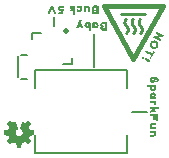
<source format=gto>
G04 EAGLE Gerber RS-274X export*
G75*
%MOMM*%
%FSLAX34Y34*%
%LPD*%
%INSilkscreen Top*%
%IPPOS*%
%AMOC8*
5,1,8,0,0,1.08239X$1,22.5*%
G01*
%ADD10C,0.203200*%
%ADD11C,0.200000*%
%ADD12C,0.508000*%
%ADD13C,0.250000*%
%ADD14C,0.400000*%

G36*
X16893Y7771D02*
X16893Y7771D01*
X16912Y7769D01*
X16976Y7791D01*
X17042Y7807D01*
X17057Y7819D01*
X17076Y7825D01*
X17124Y7873D01*
X17176Y7917D01*
X17184Y7934D01*
X17197Y7948D01*
X17237Y8054D01*
X17246Y8075D01*
X17246Y8078D01*
X17248Y8082D01*
X17806Y11338D01*
X17864Y11367D01*
X17974Y11367D01*
X18048Y11385D01*
X18124Y11398D01*
X18133Y11404D01*
X18142Y11407D01*
X18170Y11429D01*
X18226Y11467D01*
X18274Y11467D01*
X18290Y11471D01*
X18306Y11468D01*
X18437Y11505D01*
X18442Y11507D01*
X18443Y11507D01*
X18444Y11507D01*
X18564Y11567D01*
X18574Y11567D01*
X18590Y11571D01*
X18606Y11568D01*
X18737Y11605D01*
X18742Y11607D01*
X18743Y11607D01*
X18744Y11607D01*
X18944Y11707D01*
X18971Y11730D01*
X19026Y11767D01*
X19074Y11767D01*
X19148Y11785D01*
X19224Y11798D01*
X19233Y11804D01*
X19242Y11807D01*
X19270Y11829D01*
X19342Y11878D01*
X19399Y11935D01*
X19544Y12007D01*
X19571Y12030D01*
X19626Y12067D01*
X19674Y12067D01*
X19748Y12085D01*
X19824Y12098D01*
X19833Y12104D01*
X19842Y12107D01*
X19870Y12129D01*
X19942Y12178D01*
X19960Y12196D01*
X22659Y10334D01*
X22675Y10328D01*
X22687Y10316D01*
X22755Y10297D01*
X22820Y10271D01*
X22837Y10272D01*
X22853Y10268D01*
X22922Y10280D01*
X22992Y10286D01*
X23007Y10295D01*
X23024Y10298D01*
X23130Y10370D01*
X23140Y10376D01*
X23141Y10377D01*
X23142Y10378D01*
X25342Y12578D01*
X25351Y12593D01*
X25365Y12603D01*
X25397Y12666D01*
X25433Y12725D01*
X25435Y12742D01*
X25443Y12758D01*
X25443Y12828D01*
X25450Y12897D01*
X25444Y12913D01*
X25444Y12931D01*
X25392Y13048D01*
X25388Y13059D01*
X25387Y13060D01*
X25386Y13062D01*
X23535Y15745D01*
X23537Y15760D01*
X23553Y15846D01*
X23553Y15896D01*
X23561Y15909D01*
X23613Y15977D01*
X23686Y16122D01*
X23742Y16178D01*
X23782Y16243D01*
X23826Y16306D01*
X23828Y16317D01*
X23833Y16325D01*
X23837Y16360D01*
X23853Y16446D01*
X23853Y16496D01*
X23861Y16509D01*
X23913Y16577D01*
X24013Y16777D01*
X24017Y16792D01*
X24026Y16806D01*
X24052Y16940D01*
X24053Y16945D01*
X24053Y16946D01*
X24053Y16957D01*
X24213Y17277D01*
X24217Y17292D01*
X24226Y17306D01*
X24252Y17440D01*
X24253Y17445D01*
X24253Y17446D01*
X24253Y17457D01*
X24313Y17577D01*
X24317Y17592D01*
X24326Y17606D01*
X24352Y17740D01*
X24353Y17745D01*
X24353Y17746D01*
X24353Y17757D01*
X24413Y17877D01*
X24417Y17892D01*
X24426Y17906D01*
X24429Y17922D01*
X27638Y18473D01*
X27656Y18480D01*
X27675Y18481D01*
X27735Y18513D01*
X27797Y18540D01*
X27810Y18555D01*
X27827Y18564D01*
X27866Y18619D01*
X27910Y18671D01*
X27915Y18690D01*
X27926Y18706D01*
X27948Y18817D01*
X27953Y18839D01*
X27952Y18842D01*
X27953Y18846D01*
X27953Y22046D01*
X27949Y22065D01*
X27951Y22084D01*
X27929Y22149D01*
X27914Y22215D01*
X27901Y22230D01*
X27895Y22248D01*
X27847Y22296D01*
X27804Y22348D01*
X27786Y22356D01*
X27772Y22370D01*
X27666Y22410D01*
X27646Y22419D01*
X27642Y22419D01*
X27638Y22420D01*
X24382Y22978D01*
X24353Y23036D01*
X24353Y23146D01*
X24336Y23221D01*
X24322Y23296D01*
X24316Y23306D01*
X24314Y23315D01*
X24291Y23342D01*
X24253Y23398D01*
X24253Y23446D01*
X24236Y23521D01*
X24222Y23596D01*
X24216Y23606D01*
X24214Y23615D01*
X24191Y23642D01*
X24142Y23714D01*
X24086Y23771D01*
X24053Y23836D01*
X24053Y23946D01*
X24036Y24021D01*
X24022Y24096D01*
X24016Y24106D01*
X24014Y24115D01*
X23991Y24142D01*
X23953Y24198D01*
X23953Y24246D01*
X23936Y24321D01*
X23922Y24396D01*
X23916Y24406D01*
X23914Y24415D01*
X23891Y24442D01*
X23842Y24514D01*
X23786Y24571D01*
X23713Y24716D01*
X23690Y24744D01*
X23642Y24814D01*
X23586Y24871D01*
X23553Y24936D01*
X23553Y24946D01*
X23550Y24962D01*
X23552Y24978D01*
X23515Y25109D01*
X23515Y25111D01*
X25383Y27726D01*
X25389Y27741D01*
X25400Y27752D01*
X25421Y27820D01*
X25448Y27886D01*
X25447Y27902D01*
X25452Y27917D01*
X25441Y27987D01*
X25436Y28059D01*
X25428Y28072D01*
X25426Y28088D01*
X25351Y28204D01*
X25349Y28208D01*
X25348Y28208D01*
X23148Y30508D01*
X23130Y30520D01*
X23117Y30537D01*
X23058Y30567D01*
X23003Y30603D01*
X22982Y30605D01*
X22963Y30615D01*
X22897Y30615D01*
X22831Y30623D01*
X22811Y30616D01*
X22790Y30616D01*
X22695Y30574D01*
X22668Y30565D01*
X22665Y30561D01*
X22659Y30559D01*
X19938Y28682D01*
X19915Y28699D01*
X19903Y28701D01*
X19895Y28706D01*
X19860Y28709D01*
X19845Y28712D01*
X19842Y28714D01*
X19777Y28755D01*
X19715Y28799D01*
X19703Y28801D01*
X19695Y28806D01*
X19660Y28809D01*
X19645Y28812D01*
X19642Y28814D01*
X19577Y28855D01*
X19515Y28899D01*
X19503Y28901D01*
X19495Y28906D01*
X19460Y28909D01*
X19445Y28912D01*
X19442Y28914D01*
X19377Y28955D01*
X19315Y28999D01*
X19303Y29001D01*
X19295Y29006D01*
X19260Y29009D01*
X19245Y29012D01*
X19242Y29014D01*
X19177Y29055D01*
X19115Y29099D01*
X19103Y29101D01*
X19095Y29106D01*
X19060Y29109D01*
X19045Y29112D01*
X19042Y29114D01*
X18977Y29155D01*
X18915Y29199D01*
X18903Y29201D01*
X18895Y29206D01*
X18860Y29209D01*
X18774Y29226D01*
X18724Y29226D01*
X18703Y29239D01*
X18670Y29271D01*
X18631Y29284D01*
X18595Y29306D01*
X18550Y29310D01*
X18506Y29324D01*
X18465Y29318D01*
X18423Y29322D01*
X18380Y29306D01*
X18335Y29299D01*
X18300Y29275D01*
X18261Y29260D01*
X18230Y29227D01*
X18193Y29201D01*
X18167Y29158D01*
X18144Y29133D01*
X18137Y29108D01*
X18118Y29078D01*
X16118Y23678D01*
X16111Y23621D01*
X16095Y23566D01*
X16101Y23536D01*
X16097Y23506D01*
X16116Y23452D01*
X16126Y23396D01*
X16144Y23371D01*
X16154Y23343D01*
X16195Y23303D01*
X16229Y23257D01*
X16259Y23240D01*
X16278Y23222D01*
X16310Y23212D01*
X16354Y23187D01*
X16628Y23095D01*
X16949Y22935D01*
X17106Y22778D01*
X17136Y22759D01*
X17204Y22707D01*
X17349Y22635D01*
X17462Y22522D01*
X17535Y22377D01*
X17558Y22349D01*
X17577Y22320D01*
X17586Y22305D01*
X17590Y22302D01*
X17606Y22278D01*
X17762Y22122D01*
X17923Y21801D01*
X18014Y21526D01*
X18026Y21507D01*
X18035Y21477D01*
X18195Y21157D01*
X18195Y20946D01*
X18203Y20911D01*
X18214Y20826D01*
X18295Y20585D01*
X18295Y20108D01*
X17930Y19014D01*
X17579Y18488D01*
X17433Y18341D01*
X17164Y18162D01*
X17143Y18139D01*
X17106Y18114D01*
X16933Y17941D01*
X16706Y17790D01*
X16454Y17706D01*
X16422Y17687D01*
X16364Y17662D01*
X16159Y17526D01*
X15974Y17526D01*
X15939Y17517D01*
X15882Y17514D01*
X15527Y17426D01*
X14936Y17426D01*
X14694Y17506D01*
X14658Y17509D01*
X14574Y17526D01*
X14389Y17526D01*
X14184Y17662D01*
X14149Y17675D01*
X14094Y17706D01*
X13842Y17790D01*
X13316Y18141D01*
X12969Y18488D01*
X12618Y19014D01*
X12534Y19266D01*
X12514Y19298D01*
X12490Y19357D01*
X12353Y19561D01*
X12353Y19746D01*
X12345Y19781D01*
X12334Y19866D01*
X12253Y20108D01*
X12253Y20885D01*
X12334Y21126D01*
X12337Y21162D01*
X12353Y21246D01*
X12353Y21357D01*
X12413Y21477D01*
X12419Y21499D01*
X12434Y21526D01*
X12525Y21801D01*
X12586Y21922D01*
X12742Y22078D01*
X12761Y22109D01*
X12813Y22177D01*
X12886Y22322D01*
X13199Y22635D01*
X13344Y22707D01*
X13371Y22730D01*
X13442Y22778D01*
X13599Y22935D01*
X14144Y23207D01*
X14167Y23227D01*
X14196Y23239D01*
X14233Y23282D01*
X14277Y23318D01*
X14289Y23346D01*
X14309Y23369D01*
X14324Y23424D01*
X14347Y23476D01*
X14345Y23507D01*
X14353Y23537D01*
X14341Y23611D01*
X14339Y23649D01*
X14333Y23661D01*
X14330Y23678D01*
X12330Y29078D01*
X12318Y29095D01*
X12314Y29115D01*
X12271Y29166D01*
X12234Y29222D01*
X12217Y29233D01*
X12204Y29248D01*
X12142Y29276D01*
X12084Y29309D01*
X12064Y29310D01*
X12046Y29319D01*
X11979Y29316D01*
X11912Y29320D01*
X11893Y29313D01*
X11873Y29312D01*
X11814Y29280D01*
X11752Y29254D01*
X11739Y29239D01*
X11721Y29229D01*
X11708Y29210D01*
X11700Y29208D01*
X11624Y29195D01*
X11615Y29188D01*
X11606Y29186D01*
X11578Y29163D01*
X11506Y29114D01*
X11499Y29108D01*
X11424Y29095D01*
X11415Y29088D01*
X11406Y29086D01*
X11378Y29063D01*
X11306Y29014D01*
X11299Y29008D01*
X11224Y28995D01*
X11215Y28988D01*
X11206Y28986D01*
X11178Y28963D01*
X11122Y28926D01*
X11074Y28926D01*
X11000Y28908D01*
X10924Y28895D01*
X10915Y28888D01*
X10906Y28886D01*
X10878Y28863D01*
X10806Y28814D01*
X10799Y28808D01*
X10724Y28795D01*
X10715Y28788D01*
X10706Y28786D01*
X10678Y28763D01*
X10606Y28714D01*
X10588Y28697D01*
X7889Y30559D01*
X7873Y30565D01*
X7861Y30576D01*
X7794Y30596D01*
X7728Y30622D01*
X7711Y30620D01*
X7695Y30625D01*
X7626Y30613D01*
X7556Y30607D01*
X7541Y30598D01*
X7524Y30595D01*
X7418Y30523D01*
X7408Y30517D01*
X7407Y30515D01*
X7406Y30514D01*
X5106Y28214D01*
X5093Y28194D01*
X5074Y28178D01*
X5048Y28121D01*
X5015Y28067D01*
X5012Y28043D01*
X5002Y28020D01*
X5004Y27958D01*
X4998Y27895D01*
X5007Y27872D01*
X5008Y27847D01*
X5048Y27765D01*
X5060Y27734D01*
X5066Y27728D01*
X5071Y27719D01*
X7016Y25125D01*
X7006Y25114D01*
X6987Y25084D01*
X6980Y25074D01*
X6966Y25063D01*
X6958Y25047D01*
X6935Y25016D01*
X6835Y24816D01*
X6831Y24800D01*
X6822Y24787D01*
X6796Y24653D01*
X6795Y24648D01*
X6795Y24647D01*
X6795Y24646D01*
X6795Y24636D01*
X6762Y24571D01*
X6706Y24514D01*
X6687Y24484D01*
X6635Y24416D01*
X6535Y24216D01*
X6531Y24200D01*
X6522Y24187D01*
X6496Y24053D01*
X6495Y24048D01*
X6495Y24047D01*
X6495Y24046D01*
X6495Y24036D01*
X6335Y23716D01*
X6331Y23700D01*
X6322Y23687D01*
X6296Y23553D01*
X6295Y23548D01*
X6295Y23547D01*
X6295Y23546D01*
X6295Y23536D01*
X6235Y23416D01*
X6231Y23400D01*
X6222Y23387D01*
X6196Y23253D01*
X6195Y23248D01*
X6195Y23247D01*
X6195Y23246D01*
X6195Y23236D01*
X6135Y23116D01*
X6131Y23100D01*
X6122Y23087D01*
X6111Y23029D01*
X6102Y23009D01*
X6102Y22986D01*
X6102Y22985D01*
X2810Y22420D01*
X2792Y22413D01*
X2773Y22412D01*
X2713Y22379D01*
X2651Y22353D01*
X2638Y22338D01*
X2621Y22329D01*
X2582Y22273D01*
X2538Y22222D01*
X2533Y22203D01*
X2522Y22187D01*
X2500Y22076D01*
X2495Y22054D01*
X2496Y22050D01*
X2495Y22046D01*
X2495Y18846D01*
X2499Y18827D01*
X2497Y18806D01*
X2519Y18743D01*
X2534Y18678D01*
X2547Y18662D01*
X2554Y18643D01*
X2602Y18596D01*
X2644Y18544D01*
X2663Y18536D01*
X2677Y18522D01*
X2779Y18484D01*
X2802Y18474D01*
X2807Y18474D01*
X2812Y18472D01*
X6095Y17925D01*
X6095Y17846D01*
X6112Y17772D01*
X6126Y17697D01*
X6132Y17687D01*
X6134Y17678D01*
X6157Y17650D01*
X6195Y17595D01*
X6195Y17546D01*
X6212Y17472D01*
X6226Y17397D01*
X6232Y17387D01*
X6234Y17378D01*
X6257Y17350D01*
X6306Y17278D01*
X6362Y17222D01*
X6395Y17157D01*
X6395Y17046D01*
X6412Y16972D01*
X6426Y16897D01*
X6432Y16887D01*
X6434Y16878D01*
X6457Y16850D01*
X6495Y16795D01*
X6495Y16746D01*
X6512Y16672D01*
X6526Y16597D01*
X6532Y16587D01*
X6534Y16578D01*
X6557Y16550D01*
X6606Y16478D01*
X6662Y16422D01*
X6735Y16277D01*
X6758Y16249D01*
X6795Y16195D01*
X6795Y16146D01*
X6812Y16072D01*
X6826Y15997D01*
X6832Y15987D01*
X6834Y15978D01*
X6857Y15950D01*
X6906Y15878D01*
X6962Y15822D01*
X7002Y15742D01*
X5067Y13069D01*
X5057Y13045D01*
X5040Y13026D01*
X5024Y12966D01*
X5000Y12909D01*
X5002Y12884D01*
X4995Y12859D01*
X5007Y12798D01*
X5011Y12736D01*
X5024Y12714D01*
X5029Y12689D01*
X5080Y12617D01*
X5098Y12587D01*
X5105Y12582D01*
X5112Y12572D01*
X7412Y10372D01*
X7423Y10366D01*
X7431Y10355D01*
X7497Y10322D01*
X7561Y10284D01*
X7574Y10283D01*
X7585Y10278D01*
X7659Y10277D01*
X7733Y10272D01*
X7745Y10277D01*
X7758Y10277D01*
X7889Y10334D01*
X10563Y12178D01*
X10704Y12107D01*
X10720Y12103D01*
X10733Y12094D01*
X10867Y12068D01*
X10873Y12067D01*
X10874Y12067D01*
X10884Y12067D01*
X10949Y12035D01*
X11006Y11978D01*
X11036Y11959D01*
X11104Y11907D01*
X11304Y11807D01*
X11320Y11803D01*
X11333Y11794D01*
X11467Y11768D01*
X11473Y11767D01*
X11474Y11767D01*
X11484Y11767D01*
X11549Y11735D01*
X11606Y11678D01*
X11671Y11638D01*
X11733Y11594D01*
X11745Y11592D01*
X11753Y11587D01*
X11788Y11584D01*
X11874Y11567D01*
X11984Y11567D01*
X12104Y11507D01*
X12120Y11503D01*
X12133Y11494D01*
X12267Y11468D01*
X12273Y11467D01*
X12274Y11467D01*
X12284Y11467D01*
X12404Y11407D01*
X12420Y11403D01*
X12433Y11394D01*
X12567Y11368D01*
X12573Y11367D01*
X12574Y11367D01*
X12584Y11367D01*
X12704Y11307D01*
X12720Y11303D01*
X12733Y11294D01*
X12750Y11291D01*
X13300Y8082D01*
X13308Y8064D01*
X13309Y8045D01*
X13341Y7986D01*
X13368Y7923D01*
X13382Y7910D01*
X13392Y7893D01*
X13447Y7854D01*
X13499Y7810D01*
X13518Y7805D01*
X13533Y7794D01*
X13644Y7773D01*
X13666Y7767D01*
X13670Y7768D01*
X13674Y7767D01*
X16874Y7767D01*
X16893Y7771D01*
G37*
G36*
X129916Y91297D02*
X129916Y91297D01*
X129920Y91293D01*
X130415Y91362D01*
X130419Y91365D01*
X130422Y91363D01*
X130965Y91519D01*
X130969Y91523D01*
X130972Y91522D01*
X131428Y91726D01*
X131431Y91732D01*
X131436Y91730D01*
X131805Y91983D01*
X131806Y91986D01*
X131808Y91986D01*
X132225Y92326D01*
X132227Y92332D01*
X132232Y92332D01*
X132562Y92721D01*
X132892Y93110D01*
X132893Y93128D01*
X132902Y93133D01*
X132959Y93436D01*
X133198Y93866D01*
X133196Y93879D01*
X133203Y93884D01*
X133271Y94418D01*
X133269Y94421D01*
X133271Y94422D01*
X133290Y94869D01*
X133288Y94871D01*
X133290Y94873D01*
X133270Y95455D01*
X133265Y95462D01*
X133268Y95467D01*
X133151Y95875D01*
X133147Y95878D01*
X133149Y95882D01*
X132945Y96338D01*
X132941Y96340D01*
X132942Y96343D01*
X132650Y96847D01*
X132648Y96848D01*
X132648Y96851D01*
X132395Y97219D01*
X132386Y97222D01*
X132387Y97229D01*
X131609Y97889D01*
X131602Y97889D01*
X131601Y97894D01*
X131076Y98185D01*
X131069Y98184D01*
X131067Y98189D01*
X130582Y98344D01*
X130580Y98343D01*
X130579Y98345D01*
X130181Y98451D01*
X130176Y98449D01*
X130174Y98452D01*
X129640Y98520D01*
X129632Y98515D01*
X129627Y98520D01*
X129132Y98451D01*
X128637Y98383D01*
X128633Y98379D01*
X128630Y98381D01*
X128086Y98226D01*
X128083Y98221D01*
X128080Y98223D01*
X127623Y98019D01*
X127620Y98013D01*
X127616Y98014D01*
X127247Y97762D01*
X127246Y97758D01*
X127243Y97759D01*
X126826Y97419D01*
X126823Y97406D01*
X126814Y97404D01*
X126574Y96971D01*
X126247Y96586D01*
X126247Y96578D01*
X126244Y96576D01*
X126247Y96573D01*
X126247Y96572D01*
X126238Y96569D01*
X126083Y96084D01*
X125928Y95598D01*
X125930Y95593D01*
X125927Y95591D01*
X125928Y95590D01*
X125926Y95589D01*
X125859Y95055D01*
X125863Y95046D01*
X125859Y95042D01*
X125927Y94547D01*
X125996Y94051D01*
X126003Y94044D01*
X126000Y94038D01*
X126204Y93582D01*
X126207Y93580D01*
X126206Y93577D01*
X126498Y93072D01*
X126501Y93071D01*
X126500Y93069D01*
X126753Y92700D01*
X126756Y92699D01*
X126755Y92697D01*
X127096Y92280D01*
X127109Y92276D01*
X127110Y92268D01*
X127543Y92028D01*
X127928Y91701D01*
X127942Y91700D01*
X127945Y91692D01*
X128431Y91537D01*
X128917Y91382D01*
X128923Y91384D01*
X128926Y91380D01*
X129460Y91312D01*
X129463Y91314D01*
X129464Y91312D01*
X129911Y91293D01*
X129916Y91297D01*
G37*
G36*
X89113Y106850D02*
X89113Y106850D01*
X89122Y106846D01*
X89522Y107046D01*
X89532Y107067D01*
X89541Y107074D01*
X89540Y107075D01*
X89548Y107078D01*
X89648Y107478D01*
X89644Y107486D01*
X89649Y107490D01*
X89649Y113690D01*
X89633Y113711D01*
X89635Y113725D01*
X89335Y114025D01*
X89314Y114028D01*
X89308Y114039D01*
X88708Y114139D01*
X88703Y114136D01*
X88700Y114139D01*
X86100Y114139D01*
X86094Y114135D01*
X86090Y114138D01*
X85590Y114038D01*
X85586Y114033D01*
X85582Y114036D01*
X85082Y113836D01*
X85077Y113828D01*
X85070Y113829D01*
X84670Y113529D01*
X84668Y113520D01*
X84661Y113520D01*
X84061Y112720D01*
X84061Y112704D01*
X84052Y112700D01*
X83952Y112200D01*
X83955Y112193D01*
X83951Y112190D01*
X83951Y111590D01*
X83955Y111584D01*
X83952Y111580D01*
X84052Y111080D01*
X84053Y111079D01*
X84052Y111078D01*
X84152Y110678D01*
X84163Y110669D01*
X84161Y110660D01*
X84461Y110260D01*
X84494Y110251D01*
X84467Y110226D01*
X84466Y110225D01*
X84465Y110225D01*
X84365Y110125D01*
X84363Y110112D01*
X84361Y110110D01*
X84354Y110108D01*
X84154Y109608D01*
X84158Y109595D01*
X84151Y109590D01*
X84151Y108590D01*
X84159Y108579D01*
X84154Y108572D01*
X84354Y108072D01*
X84362Y108067D01*
X84361Y108060D01*
X84961Y107260D01*
X84979Y107255D01*
X84982Y107244D01*
X85480Y107045D01*
X85878Y106846D01*
X85894Y106849D01*
X85900Y106841D01*
X89100Y106841D01*
X89113Y106850D01*
G37*
G36*
X81963Y120820D02*
X81963Y120820D01*
X81972Y120816D01*
X82372Y121016D01*
X82382Y121037D01*
X82391Y121044D01*
X82390Y121045D01*
X82398Y121048D01*
X82498Y121448D01*
X82494Y121456D01*
X82499Y121460D01*
X82499Y127660D01*
X82483Y127681D01*
X82485Y127695D01*
X82185Y127995D01*
X82164Y127998D01*
X82158Y128009D01*
X81558Y128109D01*
X81553Y128106D01*
X81550Y128109D01*
X78950Y128109D01*
X78944Y128105D01*
X78940Y128108D01*
X78440Y128008D01*
X78434Y128001D01*
X78428Y128004D01*
X78028Y127804D01*
X78027Y127801D01*
X78025Y127802D01*
X77525Y127502D01*
X77520Y127490D01*
X77511Y127490D01*
X76911Y126690D01*
X76911Y126674D01*
X76902Y126670D01*
X76802Y126170D01*
X76805Y126163D01*
X76801Y126160D01*
X76801Y125560D01*
X76805Y125554D01*
X76802Y125550D01*
X76902Y125050D01*
X76909Y125044D01*
X76906Y125038D01*
X77306Y124238D01*
X77344Y124219D01*
X77318Y124198D01*
X77318Y124195D01*
X77315Y124195D01*
X77215Y124095D01*
X77213Y124082D01*
X77204Y124075D01*
X77206Y124072D01*
X77202Y124070D01*
X77002Y123070D01*
X77005Y123063D01*
X77001Y123060D01*
X77001Y122560D01*
X77009Y122549D01*
X77004Y122542D01*
X77204Y122042D01*
X77212Y122037D01*
X77211Y122030D01*
X77811Y121230D01*
X77829Y121225D01*
X77832Y121214D01*
X78832Y120814D01*
X78845Y120818D01*
X78850Y120811D01*
X81950Y120811D01*
X81963Y120820D01*
G37*
G36*
X134943Y97672D02*
X134943Y97672D01*
X134956Y97668D01*
X135325Y97921D01*
X135330Y97936D01*
X135340Y97938D01*
X135631Y98463D01*
X135630Y98471D01*
X135636Y98474D01*
X135742Y98872D01*
X135729Y98903D01*
X135733Y98916D01*
X135392Y99333D01*
X135379Y99336D01*
X135378Y99345D01*
X133564Y100350D01*
X133538Y100669D01*
X134491Y102387D01*
X134859Y102493D01*
X136591Y101533D01*
X136607Y101535D01*
X136613Y101527D01*
X137059Y101508D01*
X137077Y101520D01*
X137089Y101516D01*
X137458Y101769D01*
X137463Y101785D01*
X137473Y101786D01*
X137813Y102398D01*
X137809Y102421D01*
X137813Y102423D01*
X137810Y102427D01*
X137817Y102436D01*
X137700Y102844D01*
X137685Y102855D01*
X137686Y102866D01*
X137385Y103147D01*
X137376Y103148D01*
X137375Y103154D01*
X132390Y105918D01*
X132381Y105917D01*
X132379Y105922D01*
X131980Y106029D01*
X131963Y106022D01*
X131954Y106029D01*
X131546Y105912D01*
X131530Y105890D01*
X131517Y105888D01*
X131226Y105363D01*
X131227Y105358D01*
X131223Y105356D01*
X131224Y105355D01*
X131222Y105355D01*
X131067Y104869D01*
X131078Y104839D01*
X131073Y104826D01*
X131326Y104457D01*
X131342Y104452D01*
X131343Y104442D01*
X131780Y104199D01*
X133157Y103437D01*
X133183Y103118D01*
X132228Y101395D01*
X131944Y101249D01*
X130568Y102012D01*
X130130Y102254D01*
X130114Y102252D01*
X130108Y102260D01*
X129662Y102279D01*
X129641Y102265D01*
X129628Y102268D01*
X129211Y101928D01*
X129208Y101913D01*
X129202Y101908D01*
X129196Y101906D01*
X128992Y101333D01*
X128997Y101319D01*
X128995Y101317D01*
X128999Y101312D01*
X128991Y101303D01*
X129108Y100895D01*
X129125Y100883D01*
X129124Y100871D01*
X129513Y100541D01*
X129520Y100541D01*
X129521Y100536D01*
X134419Y97821D01*
X134426Y97822D01*
X134428Y97817D01*
X134913Y97662D01*
X134943Y97672D01*
G37*
G36*
X75213Y106550D02*
X75213Y106550D01*
X75222Y106546D01*
X75622Y106746D01*
X75632Y106767D01*
X75641Y106774D01*
X75640Y106775D01*
X75648Y106778D01*
X75748Y107178D01*
X75744Y107186D01*
X75749Y107190D01*
X75749Y113390D01*
X75744Y113397D01*
X75748Y113402D01*
X75648Y113802D01*
X75625Y113821D01*
X75622Y113834D01*
X75222Y114034D01*
X75206Y114031D01*
X75200Y114039D01*
X74600Y114039D01*
X74587Y114030D01*
X74578Y114034D01*
X73978Y113734D01*
X73965Y113708D01*
X73953Y113704D01*
X73946Y113680D01*
X73926Y113732D01*
X73923Y113731D01*
X73922Y113734D01*
X73522Y113934D01*
X73519Y113933D01*
X73518Y113936D01*
X73018Y114136D01*
X72999Y114130D01*
X72990Y114138D01*
X72490Y114038D01*
X72484Y114031D01*
X72478Y114034D01*
X72078Y113834D01*
X72077Y113831D01*
X72075Y113832D01*
X71575Y113532D01*
X71571Y113524D01*
X71565Y113525D01*
X71165Y113125D01*
X71164Y113120D01*
X71161Y113120D01*
X70861Y112720D01*
X70861Y112713D01*
X70856Y112712D01*
X70656Y112312D01*
X70658Y112303D01*
X70652Y112300D01*
X70552Y111800D01*
X70555Y111793D01*
X70551Y111790D01*
X70551Y111190D01*
X70556Y111183D01*
X70552Y111178D01*
X70652Y110778D01*
X70656Y110775D01*
X70654Y110772D01*
X70854Y110272D01*
X70862Y110267D01*
X70861Y110260D01*
X71161Y109860D01*
X71166Y109859D01*
X71165Y109855D01*
X71565Y109455D01*
X71570Y109454D01*
X71570Y109451D01*
X71970Y109151D01*
X71980Y109151D01*
X71982Y109144D01*
X72482Y108944D01*
X72487Y108946D01*
X72488Y108942D01*
X72888Y108842D01*
X72904Y108849D01*
X72912Y108842D01*
X73311Y108942D01*
X73810Y109042D01*
X73819Y109052D01*
X73827Y109049D01*
X74051Y109198D01*
X74051Y107190D01*
X74056Y107183D01*
X74052Y107178D01*
X74152Y106778D01*
X74175Y106759D01*
X74178Y106746D01*
X74578Y106546D01*
X74594Y106549D01*
X74600Y106541D01*
X75200Y106541D01*
X75213Y106550D01*
G37*
G36*
X129253Y55770D02*
X129253Y55770D01*
X129262Y55766D01*
X129660Y55965D01*
X130158Y56164D01*
X130166Y56176D01*
X130175Y56175D01*
X130575Y56575D01*
X130576Y56580D01*
X130579Y56580D01*
X130879Y56980D01*
X130879Y56990D01*
X130886Y56992D01*
X131086Y57492D01*
X131084Y57497D01*
X131088Y57498D01*
X131188Y57898D01*
X131184Y57906D01*
X131189Y57910D01*
X131189Y58510D01*
X131180Y58523D01*
X131184Y58532D01*
X130984Y58932D01*
X130980Y58934D01*
X130981Y58937D01*
X130812Y59191D01*
X131162Y59366D01*
X131173Y59388D01*
X131178Y59392D01*
X131176Y59394D01*
X131181Y59403D01*
X131189Y59410D01*
X131189Y60010D01*
X131186Y60015D01*
X131189Y60018D01*
X131089Y60618D01*
X131068Y60637D01*
X131067Y60651D01*
X130767Y60851D01*
X130747Y60850D01*
X130740Y60859D01*
X124340Y60859D01*
X124327Y60850D01*
X124318Y60854D01*
X123918Y60654D01*
X123905Y60627D01*
X123892Y60622D01*
X123792Y60222D01*
X123796Y60214D01*
X123791Y60210D01*
X123791Y59610D01*
X123804Y59592D01*
X123801Y59580D01*
X124101Y59180D01*
X124123Y59174D01*
X124128Y59162D01*
X124528Y59062D01*
X124536Y59066D01*
X124540Y59061D01*
X126448Y59061D01*
X126299Y58837D01*
X126299Y58831D01*
X126295Y58828D01*
X126299Y58823D01*
X126292Y58820D01*
X126192Y58320D01*
X126195Y58313D01*
X126191Y58310D01*
X126191Y57810D01*
X126196Y57803D01*
X126192Y57798D01*
X126292Y57398D01*
X126296Y57395D01*
X126294Y57392D01*
X126494Y56892D01*
X126506Y56884D01*
X126505Y56875D01*
X126905Y56475D01*
X126910Y56474D01*
X126910Y56471D01*
X127710Y55871D01*
X127726Y55871D01*
X127730Y55862D01*
X128230Y55762D01*
X128237Y55765D01*
X128240Y55761D01*
X129240Y55761D01*
X129253Y55770D01*
G37*
G36*
X51731Y120619D02*
X51731Y120619D01*
X51738Y120614D01*
X52238Y120814D01*
X52248Y120830D01*
X52259Y120830D01*
X52559Y121230D01*
X52559Y121237D01*
X52561Y121238D01*
X52559Y121239D01*
X52559Y121242D01*
X52567Y121244D01*
X52667Y121544D01*
X52665Y121551D01*
X52669Y121553D01*
X53069Y124453D01*
X53061Y124467D01*
X53067Y124476D01*
X52967Y124776D01*
X52950Y124787D01*
X52950Y124799D01*
X52550Y125099D01*
X52540Y125099D01*
X52538Y125106D01*
X52038Y125306D01*
X52019Y125300D01*
X52010Y125308D01*
X51510Y125208D01*
X51504Y125201D01*
X51498Y125204D01*
X51104Y125007D01*
X50632Y124913D01*
X50265Y125188D01*
X50172Y125653D01*
X50357Y126023D01*
X50732Y126211D01*
X51300Y126211D01*
X51685Y125825D01*
X51705Y125822D01*
X51710Y125812D01*
X52210Y125712D01*
X52224Y125718D01*
X52232Y125712D01*
X52632Y125812D01*
X52646Y125830D01*
X52658Y125829D01*
X53058Y126329D01*
X53059Y126344D01*
X53068Y126348D01*
X53168Y126748D01*
X53158Y126770D01*
X53164Y126782D01*
X52964Y127182D01*
X52954Y127187D01*
X52955Y127195D01*
X52555Y127595D01*
X52541Y127597D01*
X52538Y127606D01*
X51538Y128006D01*
X51525Y128002D01*
X51520Y128009D01*
X50520Y128009D01*
X50514Y128005D01*
X50510Y128008D01*
X50010Y127908D01*
X50004Y127901D01*
X49998Y127904D01*
X49598Y127704D01*
X49597Y127701D01*
X49595Y127702D01*
X49095Y127402D01*
X49090Y127390D01*
X49081Y127390D01*
X48481Y126590D01*
X48481Y126584D01*
X48480Y126583D01*
X48481Y126583D01*
X48481Y126574D01*
X48472Y126570D01*
X48272Y125570D01*
X48278Y125557D01*
X48272Y125550D01*
X48472Y124550D01*
X48483Y124540D01*
X48481Y124530D01*
X48781Y124130D01*
X48786Y124129D01*
X48785Y124125D01*
X49185Y123725D01*
X49190Y123724D01*
X49190Y123721D01*
X49590Y123421D01*
X49600Y123421D01*
X49602Y123414D01*
X50102Y123214D01*
X50108Y123216D01*
X50110Y123212D01*
X50610Y123112D01*
X50617Y123115D01*
X50620Y123111D01*
X51062Y123111D01*
X50976Y122597D01*
X50712Y122509D01*
X49120Y122509D01*
X49107Y122500D01*
X49098Y122504D01*
X48698Y122304D01*
X48688Y122284D01*
X48676Y122282D01*
X48476Y121882D01*
X48479Y121866D01*
X48471Y121860D01*
X48471Y121260D01*
X48480Y121247D01*
X48476Y121238D01*
X48676Y120838D01*
X48696Y120828D01*
X48698Y120816D01*
X49098Y120616D01*
X49114Y120619D01*
X49120Y120611D01*
X51720Y120611D01*
X51731Y120619D01*
G37*
G36*
X128851Y62469D02*
X128851Y62469D01*
X128858Y62464D01*
X129358Y62664D01*
X129363Y62672D01*
X129370Y62671D01*
X129770Y62971D01*
X129771Y62976D01*
X129775Y62975D01*
X130075Y63275D01*
X130077Y63289D01*
X130086Y63292D01*
X130286Y63792D01*
X130284Y63798D01*
X130288Y63800D01*
X130388Y64298D01*
X130686Y65292D01*
X130873Y65666D01*
X131324Y65757D01*
X131595Y65486D01*
X131690Y65010D01*
X131594Y64531D01*
X131301Y64140D01*
X131301Y64126D01*
X131292Y64122D01*
X131192Y63722D01*
X131204Y63694D01*
X131201Y63680D01*
X131501Y63280D01*
X131509Y63278D01*
X131509Y63272D01*
X132009Y62872D01*
X132032Y62871D01*
X132040Y62861D01*
X132340Y62861D01*
X132361Y62877D01*
X132375Y62875D01*
X132775Y63275D01*
X132776Y63280D01*
X132779Y63280D01*
X133079Y63680D01*
X133079Y63690D01*
X133086Y63692D01*
X133286Y64192D01*
X133284Y64198D01*
X133288Y64200D01*
X133388Y64700D01*
X133385Y64707D01*
X133389Y64710D01*
X133389Y65810D01*
X133380Y65823D01*
X133384Y65832D01*
X133185Y66230D01*
X132986Y66728D01*
X132974Y66736D01*
X132975Y66745D01*
X132675Y67045D01*
X132670Y67046D01*
X132670Y67049D01*
X132270Y67349D01*
X132260Y67349D01*
X132258Y67356D01*
X131758Y67556D01*
X131752Y67554D01*
X131750Y67558D01*
X131250Y67658D01*
X131237Y67652D01*
X131230Y67658D01*
X130230Y67458D01*
X130220Y67447D01*
X130210Y67449D01*
X129810Y67149D01*
X129808Y67140D01*
X129801Y67140D01*
X129501Y66740D01*
X129501Y66736D01*
X129498Y66735D01*
X129198Y66235D01*
X129199Y66225D01*
X129192Y66222D01*
X129093Y65825D01*
X128894Y65328D01*
X128896Y65322D01*
X128892Y65320D01*
X128793Y64824D01*
X128604Y64353D01*
X128150Y64262D01*
X127880Y64443D01*
X127689Y64919D01*
X127689Y65396D01*
X127979Y65880D01*
X128375Y66275D01*
X128376Y66286D01*
X128377Y66287D01*
X128384Y66288D01*
X128584Y66688D01*
X128579Y66717D01*
X128586Y66728D01*
X128386Y67228D01*
X128374Y67236D01*
X128375Y67245D01*
X127975Y67645D01*
X127948Y67649D01*
X127940Y67659D01*
X127540Y67659D01*
X127527Y67650D01*
X127518Y67654D01*
X127118Y67454D01*
X127115Y67448D01*
X127110Y67449D01*
X126710Y67149D01*
X126708Y67140D01*
X126701Y67140D01*
X126401Y66740D01*
X126401Y66736D01*
X126398Y66735D01*
X126098Y66235D01*
X126099Y66223D01*
X126092Y66220D01*
X125892Y65220D01*
X125898Y65207D01*
X125892Y65200D01*
X126092Y64200D01*
X126093Y64199D01*
X126092Y64198D01*
X126192Y63798D01*
X126201Y63791D01*
X126198Y63785D01*
X126498Y63285D01*
X126506Y63281D01*
X126505Y63275D01*
X126805Y62975D01*
X126814Y62974D01*
X126815Y62968D01*
X127315Y62668D01*
X127318Y62668D01*
X127318Y62666D01*
X127718Y62466D01*
X127734Y62469D01*
X127740Y62461D01*
X128840Y62461D01*
X128851Y62469D01*
G37*
G36*
X132748Y30361D02*
X132748Y30361D01*
X132763Y30377D01*
X132775Y30375D01*
X133075Y30675D01*
X133076Y30687D01*
X133081Y30691D01*
X133078Y30695D01*
X133088Y30700D01*
X133188Y31200D01*
X133185Y31207D01*
X133189Y31210D01*
X133189Y35310D01*
X133180Y35323D01*
X133184Y35332D01*
X132984Y35732D01*
X132964Y35742D01*
X132962Y35754D01*
X132562Y35954D01*
X132546Y35951D01*
X132540Y35959D01*
X126340Y35959D01*
X126319Y35943D01*
X126305Y35945D01*
X126005Y35645D01*
X126002Y35624D01*
X125991Y35618D01*
X125891Y35018D01*
X125899Y35003D01*
X125893Y34994D01*
X126093Y34394D01*
X126112Y34382D01*
X126113Y34369D01*
X126413Y34169D01*
X126433Y34170D01*
X126440Y34161D01*
X128414Y34161D01*
X128591Y33895D01*
X128591Y32310D01*
X128595Y32304D01*
X128592Y32300D01*
X128692Y31800D01*
X128707Y31787D01*
X128705Y31775D01*
X129005Y31475D01*
X129026Y31472D01*
X129032Y31461D01*
X129632Y31361D01*
X129643Y31367D01*
X129650Y31362D01*
X130150Y31462D01*
X130166Y31480D01*
X130179Y31480D01*
X130479Y31880D01*
X130479Y31902D01*
X130489Y31910D01*
X130489Y33895D01*
X130666Y34161D01*
X131120Y34161D01*
X131391Y33890D01*
X131391Y30910D01*
X131399Y30899D01*
X131394Y30892D01*
X131594Y30392D01*
X131625Y30373D01*
X131630Y30362D01*
X132130Y30262D01*
X132142Y30267D01*
X132148Y30261D01*
X132748Y30361D01*
G37*
G36*
X80613Y108850D02*
X80613Y108850D01*
X80622Y108846D01*
X81020Y109045D01*
X81518Y109244D01*
X81526Y109256D01*
X81535Y109255D01*
X81935Y109655D01*
X81936Y109660D01*
X81939Y109660D01*
X82239Y110060D01*
X82239Y110070D01*
X82246Y110072D01*
X82445Y110570D01*
X82644Y110968D01*
X82641Y110984D01*
X82649Y110990D01*
X82649Y111490D01*
X82645Y111496D01*
X82648Y111500D01*
X82448Y112500D01*
X82439Y112508D01*
X82442Y112515D01*
X82142Y113015D01*
X82139Y113017D01*
X82139Y113020D01*
X81839Y113420D01*
X81830Y113422D01*
X81830Y113429D01*
X81430Y113729D01*
X81426Y113729D01*
X81425Y113732D01*
X80925Y114032D01*
X80915Y114031D01*
X80912Y114038D01*
X80512Y114138D01*
X80499Y114132D01*
X80492Y114139D01*
X79892Y114039D01*
X79885Y114031D01*
X79878Y114034D01*
X79478Y113834D01*
X79475Y113828D01*
X79470Y113829D01*
X79118Y113565D01*
X78944Y113912D01*
X78917Y113925D01*
X78912Y113938D01*
X78512Y114038D01*
X78504Y114034D01*
X78500Y114039D01*
X77900Y114039D01*
X77887Y114030D01*
X77878Y114034D01*
X77478Y113834D01*
X77464Y113806D01*
X77452Y113800D01*
X77352Y113300D01*
X77355Y113293D01*
X77351Y113290D01*
X77351Y109690D01*
X77355Y109684D01*
X77352Y109680D01*
X77452Y109180D01*
X77475Y109159D01*
X77478Y109146D01*
X77878Y108946D01*
X77889Y108948D01*
X77892Y108941D01*
X78492Y108841D01*
X78511Y108851D01*
X78522Y108846D01*
X78922Y109046D01*
X78932Y109066D01*
X78944Y109068D01*
X79151Y109481D01*
X79151Y109390D01*
X79170Y109364D01*
X79170Y109351D01*
X79570Y109051D01*
X79580Y109051D01*
X79582Y109044D01*
X80082Y108844D01*
X80095Y108848D01*
X80100Y108841D01*
X80600Y108841D01*
X80613Y108850D01*
G37*
G36*
X130346Y49165D02*
X130346Y49165D01*
X130350Y49162D01*
X130850Y49262D01*
X130871Y49285D01*
X130884Y49288D01*
X131084Y49688D01*
X131082Y49697D01*
X131088Y49700D01*
X131188Y50200D01*
X131180Y50218D01*
X131186Y50228D01*
X130986Y50728D01*
X130964Y50741D01*
X130962Y50754D01*
X130623Y50924D01*
X130675Y50975D01*
X130676Y50980D01*
X130679Y50980D01*
X130979Y51380D01*
X130979Y51390D01*
X130986Y51392D01*
X131186Y51892D01*
X131183Y51902D01*
X131187Y51905D01*
X131186Y51907D01*
X131189Y51910D01*
X131189Y52410D01*
X131180Y52423D01*
X131184Y52432D01*
X130985Y52830D01*
X130786Y53328D01*
X130774Y53336D01*
X130775Y53345D01*
X130375Y53745D01*
X130370Y53746D01*
X130370Y53749D01*
X129970Y54049D01*
X129960Y54049D01*
X129958Y54056D01*
X129460Y54255D01*
X129062Y54454D01*
X129046Y54451D01*
X129040Y54459D01*
X128540Y54459D01*
X128534Y54455D01*
X128530Y54458D01*
X127530Y54258D01*
X127522Y54249D01*
X127515Y54252D01*
X127015Y53952D01*
X127013Y53949D01*
X127010Y53949D01*
X126610Y53649D01*
X126608Y53640D01*
X126601Y53640D01*
X126301Y53240D01*
X126301Y53236D01*
X126298Y53235D01*
X125998Y52735D01*
X125999Y52725D01*
X125997Y52724D01*
X125992Y52722D01*
X125892Y52322D01*
X125898Y52309D01*
X125891Y52302D01*
X125991Y51702D01*
X125999Y51695D01*
X125996Y51688D01*
X126196Y51288D01*
X126202Y51285D01*
X126201Y51280D01*
X126465Y50928D01*
X126118Y50754D01*
X126105Y50727D01*
X126092Y50722D01*
X125992Y50322D01*
X125996Y50314D01*
X125991Y50310D01*
X125991Y49710D01*
X126000Y49697D01*
X125996Y49688D01*
X126196Y49288D01*
X126224Y49274D01*
X126230Y49262D01*
X126730Y49162D01*
X126737Y49165D01*
X126740Y49161D01*
X130340Y49161D01*
X130346Y49165D01*
G37*
G36*
X41038Y120914D02*
X41038Y120914D01*
X41052Y120937D01*
X41065Y120940D01*
X43144Y125493D01*
X43282Y125424D01*
X45074Y121442D01*
X45173Y121144D01*
X45190Y121133D01*
X45190Y121121D01*
X45590Y120821D01*
X45612Y120821D01*
X45620Y120811D01*
X46020Y120811D01*
X46033Y120820D01*
X46042Y120816D01*
X46642Y121116D01*
X46652Y121136D01*
X46664Y121138D01*
X46864Y121538D01*
X46860Y121562D01*
X46868Y121572D01*
X46768Y121972D01*
X46762Y121977D01*
X46764Y121982D01*
X44064Y127482D01*
X44058Y127485D01*
X44059Y127490D01*
X43759Y127890D01*
X43741Y127895D01*
X43738Y127906D01*
X43238Y128106D01*
X43219Y128100D01*
X43210Y128108D01*
X42710Y128008D01*
X42697Y127993D01*
X42685Y127995D01*
X42385Y127695D01*
X42384Y127686D01*
X42378Y127685D01*
X42078Y127185D01*
X42078Y127182D01*
X42076Y127181D01*
X39676Y122181D01*
X39676Y122179D01*
X39674Y122178D01*
X39474Y121678D01*
X39479Y121662D01*
X39476Y121660D01*
X39479Y121656D01*
X39472Y121648D01*
X39572Y121248D01*
X39593Y121231D01*
X39595Y121218D01*
X40095Y120918D01*
X40098Y120918D01*
X40098Y120916D01*
X40498Y120716D01*
X40527Y120721D01*
X40538Y120714D01*
X41038Y120914D01*
G37*
G36*
X61959Y120320D02*
X61959Y120320D01*
X61968Y120314D01*
X62468Y120514D01*
X62481Y120536D01*
X62494Y120538D01*
X62694Y120938D01*
X62691Y120954D01*
X62699Y120960D01*
X62699Y127560D01*
X62683Y127581D01*
X62685Y127595D01*
X62385Y127895D01*
X62364Y127898D01*
X62358Y127909D01*
X61758Y128009D01*
X61748Y128003D01*
X61742Y128009D01*
X61142Y127909D01*
X61123Y127888D01*
X61109Y127887D01*
X60909Y127587D01*
X60910Y127570D01*
X60903Y127564D01*
X60904Y127562D01*
X60901Y127560D01*
X60901Y126528D01*
X60677Y126603D01*
X59885Y127395D01*
X59585Y127695D01*
X59576Y127696D01*
X59575Y127702D01*
X59075Y128002D01*
X59057Y128000D01*
X59050Y128009D01*
X58650Y128009D01*
X58629Y127993D01*
X58615Y127995D01*
X58215Y127595D01*
X58214Y127586D01*
X58208Y127585D01*
X57908Y127085D01*
X57909Y127076D01*
X57903Y127071D01*
X57910Y127062D01*
X57911Y127059D01*
X57902Y127048D01*
X58002Y126648D01*
X58020Y126633D01*
X58020Y126621D01*
X58420Y126321D01*
X59571Y125362D01*
X58820Y124799D01*
X58819Y124794D01*
X58815Y124795D01*
X58415Y124395D01*
X58413Y124376D01*
X58402Y124372D01*
X58302Y123972D01*
X58311Y123952D01*
X58304Y123942D01*
X58504Y123442D01*
X58516Y123434D01*
X58515Y123425D01*
X58915Y123025D01*
X58939Y123022D01*
X58941Y123020D01*
X58943Y123020D01*
X58950Y123011D01*
X59350Y123011D01*
X59362Y123020D01*
X59365Y123020D01*
X59367Y123021D01*
X59375Y123018D01*
X59875Y123318D01*
X59879Y123326D01*
X59885Y123325D01*
X60183Y123623D01*
X60679Y124020D01*
X60901Y124168D01*
X60901Y120760D01*
X60917Y120739D01*
X60915Y120725D01*
X61215Y120425D01*
X61237Y120422D01*
X61243Y120411D01*
X61943Y120311D01*
X61959Y120320D01*
G37*
G36*
X127352Y37462D02*
X127352Y37462D01*
X127367Y37480D01*
X127379Y37480D01*
X127679Y37880D01*
X128638Y39031D01*
X129201Y38280D01*
X129206Y38279D01*
X129205Y38275D01*
X129605Y37875D01*
X129624Y37873D01*
X129628Y37862D01*
X130028Y37762D01*
X130048Y37771D01*
X130058Y37764D01*
X130558Y37964D01*
X130567Y37980D01*
X130578Y37979D01*
X130978Y38479D01*
X130979Y38502D01*
X130989Y38510D01*
X130989Y38910D01*
X130976Y38928D01*
X130979Y38940D01*
X130379Y39740D01*
X130374Y39741D01*
X130375Y39745D01*
X129978Y40141D01*
X129832Y40361D01*
X132740Y40361D01*
X132746Y40365D01*
X132750Y40362D01*
X133250Y40462D01*
X133263Y40477D01*
X133275Y40475D01*
X133575Y40775D01*
X133577Y40788D01*
X133586Y40795D01*
X133583Y40799D01*
X133589Y40802D01*
X133689Y41402D01*
X133680Y41419D01*
X133686Y41428D01*
X133486Y41928D01*
X133464Y41941D01*
X133462Y41954D01*
X133062Y42154D01*
X133046Y42151D01*
X133040Y42159D01*
X126440Y42159D01*
X126419Y42143D01*
X126405Y42145D01*
X126105Y41845D01*
X126102Y41824D01*
X126091Y41818D01*
X125991Y41218D01*
X125997Y41207D01*
X125992Y41200D01*
X126092Y40700D01*
X126107Y40687D01*
X126105Y40675D01*
X126405Y40375D01*
X126431Y40372D01*
X126436Y40365D01*
X126437Y40365D01*
X126440Y40361D01*
X127460Y40361D01*
X127399Y40238D01*
X126604Y39344D01*
X126305Y39045D01*
X126304Y39036D01*
X126298Y39035D01*
X125998Y38535D01*
X126000Y38517D01*
X125991Y38510D01*
X125991Y38110D01*
X126007Y38089D01*
X126005Y38075D01*
X126405Y37675D01*
X126414Y37674D01*
X126415Y37668D01*
X126915Y37368D01*
X126941Y37371D01*
X126952Y37362D01*
X127352Y37462D01*
G37*
G36*
X68710Y108742D02*
X68710Y108742D01*
X68721Y108754D01*
X68731Y108752D01*
X69231Y109152D01*
X69235Y109167D01*
X69238Y109169D01*
X69236Y109172D01*
X69236Y109173D01*
X69248Y109178D01*
X69348Y109578D01*
X69338Y109600D01*
X69344Y109612D01*
X69144Y110012D01*
X69142Y110013D01*
X69143Y110015D01*
X67352Y113099D01*
X67448Y113676D01*
X67945Y114869D01*
X68144Y115268D01*
X68244Y115468D01*
X68243Y115471D01*
X68246Y115473D01*
X68242Y115478D01*
X68239Y115494D01*
X68247Y115506D01*
X68147Y115806D01*
X68127Y115819D01*
X68125Y115832D01*
X67625Y116132D01*
X67613Y116131D01*
X67610Y116138D01*
X67110Y116238D01*
X67096Y116232D01*
X67088Y116238D01*
X66688Y116138D01*
X66671Y116117D01*
X66658Y116115D01*
X66358Y115615D01*
X66358Y115611D01*
X66355Y115610D01*
X63855Y110110D01*
X63857Y110102D01*
X63852Y110100D01*
X63752Y109600D01*
X63756Y109590D01*
X63757Y109588D01*
X63758Y109586D01*
X63752Y109578D01*
X63852Y109178D01*
X63870Y109163D01*
X63870Y109151D01*
X64270Y108851D01*
X64280Y108851D01*
X64282Y108844D01*
X64782Y108644D01*
X64810Y108652D01*
X64822Y108646D01*
X65222Y108846D01*
X65230Y108862D01*
X65241Y108863D01*
X65441Y109163D01*
X65441Y109167D01*
X65444Y109168D01*
X65644Y109568D01*
X65644Y109570D01*
X65645Y109571D01*
X66244Y110967D01*
X66408Y111213D01*
X66460Y111160D01*
X66957Y110266D01*
X66959Y110265D01*
X66958Y110264D01*
X67758Y108964D01*
X67770Y108959D01*
X67770Y108951D01*
X68170Y108651D01*
X68199Y108651D01*
X68210Y108642D01*
X68710Y108742D01*
G37*
G36*
X74957Y122911D02*
X74957Y122911D01*
X74968Y122922D01*
X74977Y122919D01*
X75277Y123119D01*
X75283Y123137D01*
X75291Y123142D01*
X75288Y123145D01*
X75298Y123150D01*
X75398Y123650D01*
X75394Y123658D01*
X75399Y123662D01*
X75299Y125761D01*
X75299Y126260D01*
X75290Y126273D01*
X75294Y126282D01*
X75094Y126682D01*
X75091Y126683D01*
X75092Y126685D01*
X74792Y127185D01*
X74789Y127187D01*
X74789Y127190D01*
X74489Y127590D01*
X74474Y127594D01*
X74472Y127604D01*
X74072Y127804D01*
X74069Y127803D01*
X74068Y127806D01*
X73568Y128006D01*
X73562Y128004D01*
X73560Y128008D01*
X73060Y128108D01*
X73042Y128100D01*
X73032Y128106D01*
X72532Y127906D01*
X72530Y127903D01*
X72528Y127904D01*
X72131Y127706D01*
X71870Y127619D01*
X71691Y127887D01*
X71671Y127894D01*
X71668Y127906D01*
X71168Y128106D01*
X71150Y128101D01*
X71142Y128109D01*
X70542Y128009D01*
X70527Y127993D01*
X70515Y127995D01*
X70215Y127695D01*
X70212Y127675D01*
X70202Y127670D01*
X70102Y127170D01*
X70105Y127163D01*
X70101Y127160D01*
X70101Y123560D01*
X70106Y123553D01*
X70102Y123548D01*
X70202Y123148D01*
X70225Y123129D01*
X70228Y123116D01*
X70628Y122916D01*
X70639Y122918D01*
X70643Y122911D01*
X71343Y122811D01*
X71361Y122821D01*
X71372Y122816D01*
X71772Y123016D01*
X71782Y123037D01*
X71785Y123039D01*
X71796Y123042D01*
X71996Y123542D01*
X71992Y123555D01*
X71999Y123560D01*
X71999Y125551D01*
X72189Y126024D01*
X72562Y126211D01*
X73034Y126211D01*
X73411Y125928D01*
X73601Y125548D01*
X73601Y123460D01*
X73606Y123453D01*
X73602Y123448D01*
X73702Y123048D01*
X73728Y123027D01*
X73732Y123014D01*
X74232Y122814D01*
X74249Y122819D01*
X74257Y122811D01*
X74957Y122911D01*
G37*
G36*
X126801Y82978D02*
X126801Y82978D01*
X126811Y82975D01*
X127180Y83227D01*
X127185Y83243D01*
X127195Y83244D01*
X129959Y88229D01*
X129958Y88237D01*
X129963Y88238D01*
X130118Y88724D01*
X130107Y88754D01*
X130111Y88767D01*
X129858Y89136D01*
X129843Y89141D01*
X129842Y89151D01*
X129317Y89442D01*
X129290Y89438D01*
X129279Y89446D01*
X128872Y89329D01*
X128855Y89308D01*
X128842Y89306D01*
X128551Y88781D01*
X127837Y87492D01*
X127519Y87466D01*
X123421Y89737D01*
X123071Y89931D01*
X123039Y89927D01*
X123027Y89933D01*
X122571Y89729D01*
X122563Y89714D01*
X122552Y89715D01*
X122174Y89238D01*
X122173Y89217D01*
X122163Y89210D01*
X122144Y88763D01*
X122157Y88745D01*
X122153Y88733D01*
X122406Y88364D01*
X122415Y88361D01*
X122415Y88354D01*
X122803Y88025D01*
X122811Y88024D01*
X122811Y88019D01*
X126801Y85808D01*
X126706Y85452D01*
X125933Y84058D01*
X125936Y84042D01*
X125927Y84036D01*
X125908Y83590D01*
X125926Y83563D01*
X125925Y83550D01*
X126314Y83220D01*
X126322Y83220D01*
X126322Y83214D01*
X126760Y82972D01*
X126801Y82978D01*
G37*
G36*
X130447Y23666D02*
X130447Y23666D01*
X130452Y23662D01*
X130852Y23762D01*
X130871Y23785D01*
X130884Y23788D01*
X131084Y24188D01*
X131082Y24199D01*
X131089Y24202D01*
X131189Y24802D01*
X131179Y24821D01*
X131184Y24832D01*
X130984Y25232D01*
X130962Y25243D01*
X130958Y25256D01*
X130458Y25456D01*
X130445Y25452D01*
X130440Y25459D01*
X128449Y25459D01*
X127976Y25649D01*
X127789Y26022D01*
X127789Y26594D01*
X128069Y26966D01*
X128446Y27061D01*
X130540Y27061D01*
X130553Y27070D01*
X130562Y27066D01*
X130962Y27266D01*
X130973Y27288D01*
X130986Y27292D01*
X131186Y27792D01*
X131181Y27810D01*
X131189Y27818D01*
X131089Y28418D01*
X131078Y28428D01*
X131081Y28437D01*
X130881Y28737D01*
X130856Y28746D01*
X130850Y28758D01*
X130350Y28858D01*
X130343Y28855D01*
X130340Y28859D01*
X128240Y28859D01*
X128234Y28855D01*
X128230Y28858D01*
X127730Y28758D01*
X127724Y28751D01*
X127718Y28754D01*
X127320Y28555D01*
X126822Y28356D01*
X126814Y28344D01*
X126805Y28345D01*
X126405Y27945D01*
X126404Y27933D01*
X126396Y27932D01*
X126196Y27532D01*
X126197Y27529D01*
X126194Y27528D01*
X125994Y27028D01*
X125995Y27025D01*
X125993Y27023D01*
X125994Y27021D01*
X125992Y27020D01*
X125892Y26520D01*
X125900Y26502D01*
X125894Y26492D01*
X126094Y25992D01*
X126097Y25990D01*
X126096Y25988D01*
X126377Y25427D01*
X126113Y25251D01*
X126105Y25230D01*
X126093Y25226D01*
X125893Y24626D01*
X125898Y24612D01*
X125895Y24610D01*
X125897Y24607D01*
X125891Y24602D01*
X125991Y24002D01*
X126007Y23987D01*
X126005Y23975D01*
X126305Y23675D01*
X126332Y23672D01*
X126340Y23661D01*
X130440Y23661D01*
X130447Y23666D01*
G37*
G36*
X128846Y16965D02*
X128846Y16965D01*
X128850Y16962D01*
X129350Y17062D01*
X129354Y17067D01*
X129358Y17064D01*
X129858Y17264D01*
X129860Y17267D01*
X129862Y17266D01*
X130262Y17466D01*
X130267Y17476D01*
X130275Y17475D01*
X130675Y17875D01*
X130676Y17887D01*
X130684Y17888D01*
X130884Y18288D01*
X130883Y18291D01*
X130886Y18292D01*
X131086Y18792D01*
X131084Y18798D01*
X131088Y18800D01*
X131188Y19300D01*
X131183Y19311D01*
X131184Y19311D01*
X131183Y19314D01*
X131188Y19320D01*
X131088Y19820D01*
X131077Y19830D01*
X131079Y19840D01*
X130784Y20233D01*
X130700Y20485D01*
X131062Y20666D01*
X131074Y20690D01*
X131075Y20690D01*
X131074Y20691D01*
X131077Y20696D01*
X131089Y20702D01*
X131189Y21302D01*
X131183Y21312D01*
X131189Y21318D01*
X131089Y21918D01*
X131068Y21937D01*
X131067Y21951D01*
X130767Y22151D01*
X130747Y22150D01*
X130740Y22159D01*
X126640Y22159D01*
X126634Y22155D01*
X126630Y22158D01*
X126130Y22058D01*
X126102Y22026D01*
X126092Y22022D01*
X125992Y21622D01*
X125996Y21614D01*
X125991Y21610D01*
X125991Y20910D01*
X126003Y20894D01*
X125999Y20883D01*
X126199Y20583D01*
X126223Y20574D01*
X126228Y20562D01*
X126628Y20462D01*
X126636Y20466D01*
X126640Y20461D01*
X128235Y20461D01*
X128724Y20363D01*
X129108Y20171D01*
X129388Y19797D01*
X129293Y19228D01*
X129108Y18950D01*
X128631Y18759D01*
X126540Y18759D01*
X126533Y18754D01*
X126528Y18758D01*
X126128Y18658D01*
X126101Y18624D01*
X126092Y18620D01*
X125992Y18120D01*
X125995Y18113D01*
X125991Y18110D01*
X125991Y17410D01*
X126003Y17394D01*
X125999Y17383D01*
X126199Y17083D01*
X126224Y17074D01*
X126230Y17062D01*
X126730Y16962D01*
X126737Y16965D01*
X126740Y16961D01*
X128840Y16961D01*
X128846Y16965D01*
G37*
G36*
X66561Y122719D02*
X66561Y122719D01*
X66568Y122714D01*
X67068Y122914D01*
X67070Y122917D01*
X67072Y122916D01*
X67472Y123116D01*
X67473Y123119D01*
X67475Y123118D01*
X67975Y123418D01*
X67979Y123426D01*
X67985Y123425D01*
X68285Y123725D01*
X68286Y123734D01*
X68292Y123735D01*
X68592Y124235D01*
X68592Y124238D01*
X68594Y124238D01*
X68794Y124638D01*
X68792Y124649D01*
X68799Y124652D01*
X68899Y125252D01*
X68893Y125263D01*
X68898Y125270D01*
X68698Y126270D01*
X68691Y126276D01*
X68694Y126282D01*
X68494Y126682D01*
X68491Y126683D01*
X68492Y126685D01*
X68192Y127185D01*
X68180Y127190D01*
X68180Y127199D01*
X67380Y127799D01*
X67370Y127799D01*
X67368Y127806D01*
X66868Y128006D01*
X66855Y128002D01*
X66850Y128009D01*
X65850Y128009D01*
X65844Y128005D01*
X65840Y128008D01*
X65340Y127908D01*
X65336Y127903D01*
X65332Y127906D01*
X64832Y127706D01*
X64827Y127698D01*
X64820Y127699D01*
X64420Y127399D01*
X64416Y127384D01*
X64406Y127382D01*
X64206Y126982D01*
X64210Y126961D01*
X64208Y126960D01*
X64211Y126956D01*
X64211Y126953D01*
X64204Y126942D01*
X64404Y126442D01*
X64413Y126436D01*
X64412Y126429D01*
X64812Y125929D01*
X64833Y125924D01*
X64838Y125912D01*
X65238Y125812D01*
X65241Y125813D01*
X65255Y125813D01*
X65265Y125822D01*
X65275Y125818D01*
X65769Y126114D01*
X66151Y126210D01*
X66629Y126114D01*
X67001Y125835D01*
X67001Y125266D01*
X66907Y124892D01*
X66436Y124609D01*
X65959Y124609D01*
X65470Y124805D01*
X65072Y125004D01*
X65031Y124996D01*
X65020Y124999D01*
X64620Y124699D01*
X64617Y124686D01*
X64608Y124685D01*
X64308Y124185D01*
X64309Y124173D01*
X64302Y124170D01*
X64202Y123670D01*
X64214Y123644D01*
X64211Y123630D01*
X64511Y123230D01*
X64529Y123225D01*
X64532Y123214D01*
X65532Y122814D01*
X65538Y122816D01*
X65540Y122812D01*
X66040Y122712D01*
X66047Y122715D01*
X66050Y122711D01*
X66550Y122711D01*
X66561Y122719D01*
G37*
G36*
X130656Y43574D02*
X130656Y43574D01*
X130670Y43571D01*
X131070Y43871D01*
X131074Y43887D01*
X131081Y43892D01*
X131079Y43896D01*
X131088Y43900D01*
X131188Y44400D01*
X131185Y44407D01*
X131189Y44410D01*
X131189Y44910D01*
X131181Y44921D01*
X131186Y44928D01*
X130986Y45428D01*
X130983Y45430D01*
X130984Y45432D01*
X130800Y45800D01*
X130875Y45875D01*
X130876Y45887D01*
X130884Y45888D01*
X131084Y46288D01*
X131082Y46299D01*
X131089Y46302D01*
X131189Y46902D01*
X131180Y46919D01*
X131186Y46928D01*
X130986Y47428D01*
X130957Y47445D01*
X130952Y47458D01*
X130552Y47558D01*
X130544Y47554D01*
X130540Y47559D01*
X126440Y47559D01*
X126428Y47550D01*
X126426Y47550D01*
X126418Y47554D01*
X126018Y47354D01*
X126005Y47327D01*
X126000Y47324D01*
X125992Y47320D01*
X125892Y46820D01*
X125897Y46808D01*
X125891Y46802D01*
X125991Y46202D01*
X126007Y46187D01*
X126005Y46175D01*
X126305Y45875D01*
X126332Y45872D01*
X126340Y45861D01*
X128831Y45861D01*
X129302Y45672D01*
X129489Y45205D01*
X129392Y44721D01*
X129292Y44322D01*
X129304Y44294D01*
X129301Y44280D01*
X129601Y43880D01*
X129619Y43875D01*
X129622Y43864D01*
X130122Y43664D01*
X130128Y43666D01*
X130130Y43662D01*
X130630Y43562D01*
X130656Y43574D01*
G37*
%LPC*%
G36*
X129415Y93158D02*
X129415Y93158D01*
X128940Y93310D01*
X128424Y93596D01*
X128047Y93915D01*
X127850Y94355D01*
X127783Y94839D01*
X127802Y95275D01*
X127953Y95750D01*
X128189Y96174D01*
X128591Y96502D01*
X129125Y96655D01*
X129533Y96772D01*
X129539Y96782D01*
X129547Y96779D01*
X129731Y96906D01*
X129738Y96927D01*
X129742Y96893D01*
X129765Y96868D01*
X129767Y96855D01*
X130637Y96372D01*
X131018Y96050D01*
X131262Y95693D01*
X131415Y95160D01*
X131481Y94679D01*
X131331Y94209D01*
X131094Y93781D01*
X130822Y93490D01*
X130332Y93206D01*
X129851Y93140D01*
X129415Y93158D01*
G37*
%LPD*%
G36*
X125008Y79964D02*
X125008Y79964D01*
X125019Y79958D01*
X125476Y80162D01*
X125483Y80176D01*
X125493Y80175D01*
X125823Y80564D01*
X125823Y80575D01*
X125831Y80580D01*
X125827Y80585D01*
X125834Y80590D01*
X125902Y81124D01*
X125892Y81140D01*
X125898Y81150D01*
X125693Y81606D01*
X125674Y81617D01*
X125672Y81629D01*
X122611Y83326D01*
X122598Y83324D01*
X122593Y83332D01*
X122059Y83399D01*
X122028Y83382D01*
X122015Y83382D01*
X121686Y82994D01*
X121685Y82986D01*
X121680Y82986D01*
X121438Y82548D01*
X121440Y82532D01*
X121435Y82528D01*
X121438Y82524D01*
X121432Y82518D01*
X121500Y82022D01*
X121512Y82011D01*
X121509Y82001D01*
X121761Y81632D01*
X121777Y81627D01*
X121778Y81617D01*
X124489Y80114D01*
X124497Y80115D01*
X124498Y80110D01*
X124984Y79956D01*
X125008Y79964D01*
G37*
%LPC*%
G36*
X86505Y108639D02*
X86505Y108639D01*
X86042Y108732D01*
X85952Y109183D01*
X86133Y109546D01*
X86708Y109641D01*
X86710Y109644D01*
X86712Y109642D01*
X87112Y109742D01*
X87138Y109775D01*
X87146Y109780D01*
X87149Y109782D01*
X87249Y110382D01*
X87239Y110401D01*
X87244Y110412D01*
X87044Y110812D01*
X87024Y110822D01*
X87022Y110834D01*
X86622Y111034D01*
X86612Y111032D01*
X86608Y111039D01*
X86018Y111137D01*
X85727Y111331D01*
X85707Y111330D01*
X85733Y111354D01*
X85738Y111382D01*
X85749Y111390D01*
X85749Y111685D01*
X85842Y112148D01*
X86305Y112241D01*
X87762Y112241D01*
X87851Y111884D01*
X87851Y108816D01*
X87585Y108639D01*
X86505Y108639D01*
G37*
%LPD*%
%LPC*%
G36*
X79356Y122609D02*
X79356Y122609D01*
X78986Y122702D01*
X78804Y123158D01*
X78983Y123516D01*
X79558Y123611D01*
X79560Y123614D01*
X79562Y123612D01*
X79962Y123712D01*
X79988Y123744D01*
X79996Y123750D01*
X79999Y123752D01*
X80099Y124352D01*
X80089Y124371D01*
X80094Y124382D01*
X79894Y124782D01*
X79874Y124792D01*
X79872Y124804D01*
X79472Y125004D01*
X79463Y125002D01*
X79460Y125008D01*
X78969Y125106D01*
X78677Y125301D01*
X78619Y125297D01*
X78618Y125298D01*
X77794Y124601D01*
X78583Y125324D01*
X78588Y125352D01*
X78599Y125360D01*
X78599Y125651D01*
X78786Y126118D01*
X79156Y126211D01*
X80612Y126211D01*
X80701Y125854D01*
X80701Y122786D01*
X80435Y122609D01*
X79356Y122609D01*
G37*
%LPD*%
G36*
X120423Y82619D02*
X120423Y82619D01*
X120432Y82614D01*
X120889Y82819D01*
X120899Y82838D01*
X120912Y82840D01*
X121202Y83365D01*
X121200Y83380D01*
X121207Y83385D01*
X121209Y83386D01*
X121228Y83833D01*
X121215Y83851D01*
X121219Y83863D01*
X120966Y84232D01*
X120951Y84237D01*
X120949Y84247D01*
X120337Y84587D01*
X120328Y84585D01*
X120326Y84591D01*
X119928Y84698D01*
X119890Y84683D01*
X119879Y84684D01*
X119598Y84382D01*
X119597Y84373D01*
X119590Y84373D01*
X119251Y83760D01*
X119252Y83757D01*
X119250Y83756D01*
X119252Y83754D01*
X119252Y83752D01*
X119247Y83749D01*
X119140Y83351D01*
X119153Y83320D01*
X119150Y83307D01*
X119490Y82890D01*
X119503Y82887D01*
X119504Y82878D01*
X119941Y82635D01*
X119957Y82638D01*
X119963Y82629D01*
X120410Y82610D01*
X120423Y82619D01*
G37*
%LPC*%
G36*
X128165Y51154D02*
X128165Y51154D01*
X127789Y51530D01*
X127789Y51998D01*
X127981Y52381D01*
X128260Y52661D01*
X128728Y52661D01*
X129105Y52472D01*
X129388Y52001D01*
X129294Y51531D01*
X129012Y51155D01*
X128541Y51060D01*
X128165Y51154D01*
G37*
%LPD*%
%LPC*%
G36*
X79721Y110736D02*
X79721Y110736D01*
X79345Y111018D01*
X79250Y111489D01*
X79344Y111865D01*
X79720Y112241D01*
X80188Y112241D01*
X80571Y112049D01*
X80851Y111770D01*
X80851Y111302D01*
X80662Y110925D01*
X80191Y110642D01*
X79721Y110736D01*
G37*
%LPD*%
%LPC*%
G36*
X72916Y110739D02*
X72916Y110739D01*
X72539Y111022D01*
X72354Y111392D01*
X72542Y111862D01*
X72920Y112241D01*
X73500Y112241D01*
X73547Y112276D01*
X73554Y112300D01*
X73564Y112273D01*
X73561Y112260D01*
X73854Y111869D01*
X73948Y111397D01*
X73761Y111022D01*
X73384Y110739D01*
X72916Y110739D01*
G37*
%LPD*%
%LPC*%
G36*
X128452Y57559D02*
X128452Y57559D01*
X128079Y57746D01*
X127889Y58219D01*
X127889Y58610D01*
X127860Y58649D01*
X127858Y58656D01*
X127591Y58758D01*
X127926Y58663D01*
X127936Y58666D01*
X127946Y58666D01*
X127956Y58674D01*
X127963Y58677D01*
X127975Y58675D01*
X128264Y58965D01*
X128745Y59061D01*
X128924Y59061D01*
X129295Y58782D01*
X129390Y58310D01*
X129295Y57838D01*
X128924Y57559D01*
X128452Y57559D01*
G37*
%LPD*%
D10*
X13970Y85090D02*
X13970Y67310D01*
X16510Y66040D02*
X21590Y66040D01*
X21590Y86360D02*
X16510Y86360D01*
X44450Y110490D02*
X44450Y118110D01*
X78740Y104140D02*
X78740Y76200D01*
X110490Y37465D02*
X123190Y37465D01*
D11*
X106310Y73100D02*
X28310Y73100D01*
X106310Y73100D02*
X106310Y58100D01*
X28310Y58100D02*
X28310Y73100D01*
X28310Y3100D02*
X106310Y3100D01*
X28310Y3100D02*
X28310Y18100D01*
X106310Y18100D02*
X106310Y3100D01*
X60180Y78440D02*
X52180Y78440D01*
X60180Y78440D02*
X60180Y83440D01*
X26180Y99440D02*
X26180Y104440D01*
X34180Y104440D01*
D12*
X54610Y106680D03*
D13*
X101760Y120760D02*
X121760Y120760D01*
X117760Y116760D02*
X117668Y116675D01*
X117579Y116587D01*
X117493Y116496D01*
X117409Y116403D01*
X117329Y116307D01*
X117251Y116208D01*
X117177Y116107D01*
X117106Y116004D01*
X117038Y115899D01*
X116973Y115792D01*
X116911Y115683D01*
X116854Y115572D01*
X116799Y115459D01*
X116748Y115345D01*
X116701Y115229D01*
X116657Y115111D01*
X116617Y114993D01*
X116580Y114873D01*
X116548Y114752D01*
X116519Y114630D01*
X116494Y114507D01*
X116472Y114384D01*
X116455Y114260D01*
X116441Y114135D01*
X116432Y114010D01*
X116426Y113885D01*
X116424Y113760D01*
X116426Y113635D01*
X116432Y113510D01*
X116441Y113385D01*
X116455Y113260D01*
X116472Y113136D01*
X116494Y113013D01*
X116519Y112890D01*
X116548Y112768D01*
X116580Y112647D01*
X116617Y112527D01*
X116657Y112409D01*
X116701Y112291D01*
X116748Y112175D01*
X116799Y112061D01*
X116854Y111948D01*
X116911Y111837D01*
X116973Y111728D01*
X117038Y111621D01*
X117106Y111516D01*
X117177Y111413D01*
X117251Y111312D01*
X117329Y111213D01*
X117409Y111117D01*
X117493Y111024D01*
X117579Y110933D01*
X117668Y110845D01*
X117760Y110760D01*
X117854Y110681D01*
X117946Y110600D01*
X118035Y110515D01*
X118121Y110428D01*
X118205Y110338D01*
X118285Y110245D01*
X118363Y110150D01*
X118437Y110053D01*
X118509Y109953D01*
X118577Y109851D01*
X118642Y109746D01*
X118703Y109640D01*
X118761Y109532D01*
X118816Y109422D01*
X118867Y109311D01*
X118914Y109197D01*
X118958Y109083D01*
X118998Y108967D01*
X119035Y108850D01*
X119068Y108731D01*
X119097Y108612D01*
X119122Y108492D01*
X119143Y108371D01*
X119161Y108250D01*
X119174Y108128D01*
X119184Y108005D01*
X119190Y107883D01*
X119192Y107760D01*
X119190Y107637D01*
X119184Y107515D01*
X119174Y107392D01*
X119161Y107270D01*
X119143Y107149D01*
X119122Y107028D01*
X119097Y106908D01*
X119068Y106789D01*
X119035Y106670D01*
X118998Y106553D01*
X118958Y106437D01*
X118914Y106323D01*
X118867Y106209D01*
X118816Y106098D01*
X118761Y105988D01*
X118703Y105880D01*
X118642Y105774D01*
X118577Y105669D01*
X118509Y105567D01*
X118437Y105467D01*
X118363Y105370D01*
X118285Y105275D01*
X118205Y105182D01*
X118121Y105092D01*
X118035Y105005D01*
X117946Y104920D01*
X117854Y104839D01*
X117760Y104760D01*
D14*
X136760Y127760D02*
X86760Y127760D01*
D13*
X111760Y116760D02*
X111668Y116675D01*
X111579Y116587D01*
X111493Y116496D01*
X111409Y116403D01*
X111329Y116307D01*
X111251Y116208D01*
X111177Y116107D01*
X111106Y116004D01*
X111038Y115899D01*
X110973Y115792D01*
X110911Y115683D01*
X110854Y115572D01*
X110799Y115459D01*
X110748Y115345D01*
X110701Y115229D01*
X110657Y115111D01*
X110617Y114993D01*
X110580Y114873D01*
X110548Y114752D01*
X110519Y114630D01*
X110494Y114507D01*
X110472Y114384D01*
X110455Y114260D01*
X110441Y114135D01*
X110432Y114010D01*
X110426Y113885D01*
X110424Y113760D01*
X110426Y113635D01*
X110432Y113510D01*
X110441Y113385D01*
X110455Y113260D01*
X110472Y113136D01*
X110494Y113013D01*
X110519Y112890D01*
X110548Y112768D01*
X110580Y112647D01*
X110617Y112527D01*
X110657Y112409D01*
X110701Y112291D01*
X110748Y112175D01*
X110799Y112061D01*
X110854Y111948D01*
X110911Y111837D01*
X110973Y111728D01*
X111038Y111621D01*
X111106Y111516D01*
X111177Y111413D01*
X111251Y111312D01*
X111329Y111213D01*
X111409Y111117D01*
X111493Y111024D01*
X111579Y110933D01*
X111668Y110845D01*
X111760Y110760D01*
X111854Y110681D01*
X111946Y110600D01*
X112035Y110515D01*
X112121Y110428D01*
X112205Y110338D01*
X112285Y110245D01*
X112363Y110150D01*
X112437Y110053D01*
X112509Y109953D01*
X112577Y109851D01*
X112642Y109746D01*
X112703Y109640D01*
X112761Y109532D01*
X112816Y109422D01*
X112867Y109311D01*
X112914Y109197D01*
X112958Y109083D01*
X112998Y108967D01*
X113035Y108850D01*
X113068Y108731D01*
X113097Y108612D01*
X113122Y108492D01*
X113143Y108371D01*
X113161Y108250D01*
X113174Y108128D01*
X113184Y108005D01*
X113190Y107883D01*
X113192Y107760D01*
X113190Y107637D01*
X113184Y107515D01*
X113174Y107392D01*
X113161Y107270D01*
X113143Y107149D01*
X113122Y107028D01*
X113097Y106908D01*
X113068Y106789D01*
X113035Y106670D01*
X112998Y106553D01*
X112958Y106437D01*
X112914Y106323D01*
X112867Y106209D01*
X112816Y106098D01*
X112761Y105988D01*
X112703Y105880D01*
X112642Y105774D01*
X112577Y105669D01*
X112509Y105567D01*
X112437Y105467D01*
X112363Y105370D01*
X112285Y105275D01*
X112205Y105182D01*
X112121Y105092D01*
X112035Y105005D01*
X111946Y104920D01*
X111854Y104839D01*
X111760Y104760D01*
X105760Y110760D02*
X105668Y110845D01*
X105579Y110933D01*
X105493Y111024D01*
X105409Y111117D01*
X105329Y111213D01*
X105251Y111312D01*
X105177Y111413D01*
X105106Y111516D01*
X105038Y111621D01*
X104973Y111728D01*
X104911Y111837D01*
X104854Y111948D01*
X104799Y112061D01*
X104748Y112175D01*
X104701Y112291D01*
X104657Y112409D01*
X104617Y112527D01*
X104580Y112647D01*
X104548Y112768D01*
X104519Y112890D01*
X104494Y113013D01*
X104472Y113136D01*
X104455Y113260D01*
X104441Y113385D01*
X104432Y113510D01*
X104426Y113635D01*
X104424Y113760D01*
X104426Y113885D01*
X104432Y114010D01*
X104441Y114135D01*
X104455Y114260D01*
X104472Y114384D01*
X104494Y114507D01*
X104519Y114630D01*
X104548Y114752D01*
X104580Y114873D01*
X104617Y114993D01*
X104657Y115111D01*
X104701Y115229D01*
X104748Y115345D01*
X104799Y115459D01*
X104854Y115572D01*
X104911Y115683D01*
X104973Y115792D01*
X105038Y115899D01*
X105106Y116004D01*
X105177Y116107D01*
X105251Y116208D01*
X105329Y116307D01*
X105409Y116403D01*
X105493Y116496D01*
X105579Y116587D01*
X105668Y116675D01*
X105760Y116760D01*
X105760Y110760D02*
X105854Y110681D01*
X105946Y110600D01*
X106035Y110515D01*
X106121Y110428D01*
X106205Y110338D01*
X106285Y110245D01*
X106363Y110150D01*
X106437Y110053D01*
X106509Y109953D01*
X106577Y109851D01*
X106642Y109746D01*
X106703Y109640D01*
X106761Y109532D01*
X106816Y109422D01*
X106867Y109311D01*
X106914Y109197D01*
X106958Y109083D01*
X106998Y108967D01*
X107035Y108850D01*
X107068Y108731D01*
X107097Y108612D01*
X107122Y108492D01*
X107143Y108371D01*
X107161Y108250D01*
X107174Y108128D01*
X107184Y108005D01*
X107190Y107883D01*
X107192Y107760D01*
X107190Y107637D01*
X107184Y107515D01*
X107174Y107392D01*
X107161Y107270D01*
X107143Y107149D01*
X107122Y107028D01*
X107097Y106908D01*
X107068Y106789D01*
X107035Y106670D01*
X106998Y106553D01*
X106958Y106437D01*
X106914Y106323D01*
X106867Y106209D01*
X106816Y106098D01*
X106761Y105988D01*
X106703Y105880D01*
X106642Y105774D01*
X106577Y105669D01*
X106509Y105567D01*
X106437Y105467D01*
X106363Y105370D01*
X106285Y105275D01*
X106205Y105182D01*
X106121Y105092D01*
X106035Y105005D01*
X105946Y104920D01*
X105854Y104839D01*
X105760Y104760D01*
D14*
X111760Y82760D02*
X86760Y127760D01*
X136760Y127760D02*
X111760Y82760D01*
M02*

</source>
